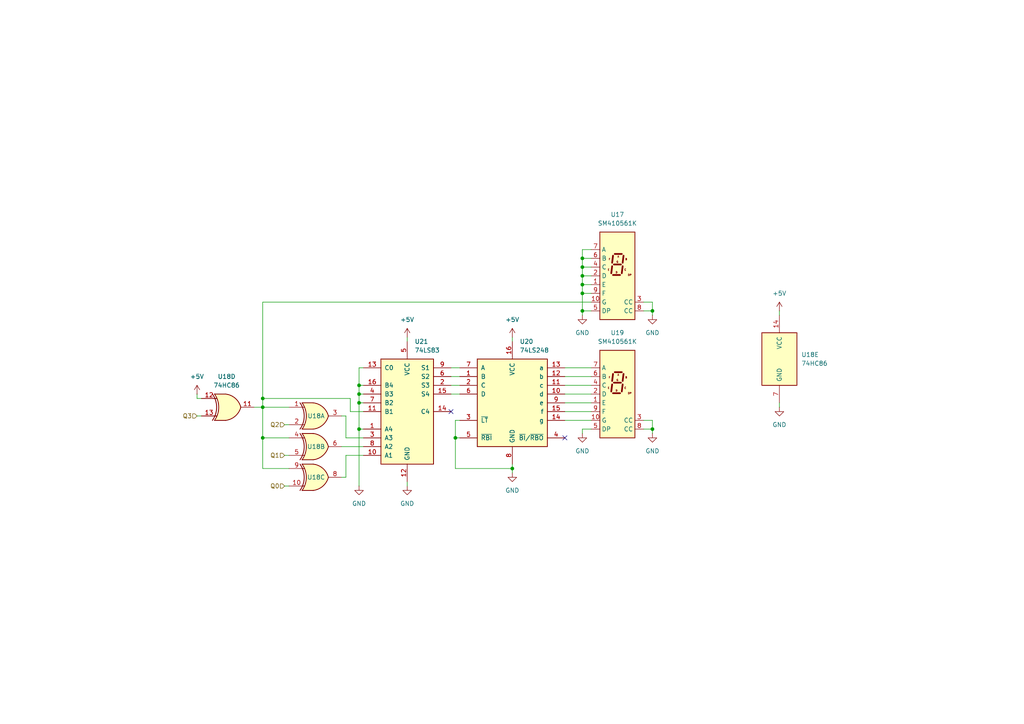
<source format=kicad_sch>
(kicad_sch (version 20250114) (generator "eeschema") (generator_version "9.0")
  (paper "A4")
  (lib_symbols
    (symbol "74xx:74HC86" (pin_names (offset 1.016))
      (property "Reference" "U" (at 0 1.27 0))
      (property "Value" "74HC86" (at 0 -1.27 0))
      (symbol "74HC86_1_0"
        (arc (start -4.4196 3.81) (mid -3.2033 0) (end -4.4196 -3.81) (stroke (width 0.254)))
        (arc (start -3.81 3.81) (mid -2.589 0) (end -3.81 -3.81) (stroke (width 0.254)))
        (polyline (pts (xy -3.81 3.81) (xy -0.635 3.81)) (stroke (width 0.254)) (fill (type background)))
        (polyline (pts (xy -3.81 -3.81) (xy -0.635 -3.81)) (stroke (width 0.254)) (fill (type background)))
        (arc (start 3.81 0) (mid 2.1855 -2.584) (end -0.6096 -3.81) (stroke (width 0.254)) (fill (type background)))
        (arc (start -0.6096 3.81) (mid 2.1928 2.5924) (end 3.81 0) (stroke (width 0.254)) (fill (type background)))
        (polyline (pts (xy -0.635 3.81) (xy -3.81 3.81) (xy -3.81 3.81) (xy -3.556 3.4036) (xy -3.0226 2.2606) (xy -2.6924 1.0414) (xy -2.6162 -0.254) (xy -2.7686 -1.4986) (xy -3.175 -2.7178) (xy -3.81 -3.81) (xy -3.81 -3.81) (xy -0.635 -3.81)) (stroke (width -25.4)) (fill (type background)))
        (pin input line (at -7.62 2.54 0) (length 4.445) (name "~") (number "1"))
        (pin input line (at -7.62 -2.54 0) (length 4.445) (name "~") (number "2"))
        (pin output line (at 7.62 0 180) (length 3.81) (name "~") (number "3"))
      )
      (symbol "74HC86_1_1"
        (polyline (pts (xy -3.81 2.54) (xy -3.175 2.54)) (stroke (width 0.1524)))
        (polyline (pts (xy -3.81 -2.54) (xy -3.175 -2.54)) (stroke (width 0.1524)))
      )
      (symbol "74HC86_2_0"
        (arc (start -4.4196 3.81) (mid -3.2033 0) (end -4.4196 -3.81) (stroke (width 0.254)))
        (arc (start -3.81 3.81) (mid -2.589 0) (end -3.81 -3.81) (stroke (width 0.254)))
        (polyline (pts (xy -3.81 3.81) (xy -0.635 3.81)) (stroke (width 0.254)) (fill (type background)))
        (polyline (pts (xy -3.81 -3.81) (xy -0.635 -3.81)) (stroke (width 0.254)) (fill (type background)))
        (arc (start 3.81 0) (mid 2.1855 -2.584) (end -0.6096 -3.81) (stroke (width 0.254)) (fill (type background)))
        (arc (start -0.6096 3.81) (mid 2.1928 2.5924) (end 3.81 0) (stroke (width 0.254)) (fill (type background)))
        (polyline (pts (xy -0.635 3.81) (xy -3.81 3.81) (xy -3.81 3.81) (xy -3.556 3.4036) (xy -3.0226 2.2606) (xy -2.6924 1.0414) (xy -2.6162 -0.254) (xy -2.7686 -1.4986) (xy -3.175 -2.7178) (xy -3.81 -3.81) (xy -3.81 -3.81) (xy -0.635 -3.81)) (stroke (width -25.4)) (fill (type background)))
        (pin input line (at -7.62 2.54 0) (length 4.445) (name "~") (number "4"))
        (pin input line (at -7.62 -2.54 0) (length 4.445) (name "~") (number "5"))
        (pin output line (at 7.62 0 180) (length 3.81) (name "~") (number "6"))
      )
      (symbol "74HC86_2_1"
        (polyline (pts (xy -3.81 2.54) (xy -3.175 2.54)) (stroke (width 0.1524)))
        (polyline (pts (xy -3.81 -2.54) (xy -3.175 -2.54)) (stroke (width 0.1524)))
      )
      (symbol "74HC86_3_0"
        (arc (start -4.4196 3.81) (mid -3.2033 0) (end -4.4196 -3.81) (stroke (width 0.254)))
        (arc (start -3.81 3.81) (mid -2.589 0) (end -3.81 -3.81) (stroke (width 0.254)))
        (polyline (pts (xy -3.81 3.81) (xy -0.635 3.81)) (stroke (width 0.254)) (fill (type background)))
        (polyline (pts (xy -3.81 -3.81) (xy -0.635 -3.81)) (stroke (width 0.254)) (fill (type background)))
        (arc (start 3.81 0) (mid 2.1855 -2.584) (end -0.6096 -3.81) (stroke (width 0.254)) (fill (type background)))
        (arc (start -0.6096 3.81) (mid 2.1928 2.5924) (end 3.81 0) (stroke (width 0.254)) (fill (type background)))
        (polyline (pts (xy -0.635 3.81) (xy -3.81 3.81) (xy -3.81 3.81) (xy -3.556 3.4036) (xy -3.0226 2.2606) (xy -2.6924 1.0414) (xy -2.6162 -0.254) (xy -2.7686 -1.4986) (xy -3.175 -2.7178) (xy -3.81 -3.81) (xy -3.81 -3.81) (xy -0.635 -3.81)) (stroke (width -25.4)) (fill (type background)))
        (pin input line (at -7.62 2.54 0) (length 4.445) (name "~") (number "9"))
        (pin input line (at -7.62 -2.54 0) (length 4.445) (name "~") (number "10"))
        (pin output line (at 7.62 0 180) (length 3.81) (name "~") (number "8"))
      )
      (symbol "74HC86_3_1"
        (polyline (pts (xy -3.81 2.54) (xy -3.175 2.54)) (stroke (width 0.1524)))
        (polyline (pts (xy -3.81 -2.54) (xy -3.175 -2.54)) (stroke (width 0.1524)))
      )
      (symbol "74HC86_4_0"
        (arc (start -4.4196 3.81) (mid -3.2033 0) (end -4.4196 -3.81) (stroke (width 0.254)))
        (arc (start -3.81 3.81) (mid -2.589 0) (end -3.81 -3.81) (stroke (width 0.254)))
        (polyline (pts (xy -3.81 3.81) (xy -0.635 3.81)) (stroke (width 0.254)) (fill (type background)))
        (polyline (pts (xy -3.81 -3.81) (xy -0.635 -3.81)) (stroke (width 0.254)) (fill (type background)))
        (arc (start 3.81 0) (mid 2.1855 -2.584) (end -0.6096 -3.81) (stroke (width 0.254)) (fill (type background)))
        (arc (start -0.6096 3.81) (mid 2.1928 2.5924) (end 3.81 0) (stroke (width 0.254)) (fill (type background)))
        (polyline (pts (xy -0.635 3.81) (xy -3.81 3.81) (xy -3.81 3.81) (xy -3.556 3.4036) (xy -3.0226 2.2606) (xy -2.6924 1.0414) (xy -2.6162 -0.254) (xy -2.7686 -1.4986) (xy -3.175 -2.7178) (xy -3.81 -3.81) (xy -3.81 -3.81) (xy -0.635 -3.81)) (stroke (width -25.4)) (fill (type background)))
        (pin input line (at -7.62 2.54 0) (length 4.445) (name "~") (number "12"))
        (pin input line (at -7.62 -2.54 0) (length 4.445) (name "~") (number "13"))
        (pin output line (at 7.62 0 180) (length 3.81) (name "~") (number "11"))
      )
      (symbol "74HC86_4_1"
        (polyline (pts (xy -3.81 2.54) (xy -3.175 2.54)) (stroke (width 0.1524)))
        (polyline (pts (xy -3.81 -2.54) (xy -3.175 -2.54)) (stroke (width 0.1524)))
      )
      (symbol "74HC86_5_0"
        (pin power_in line (at 0 12.7 270) (length 5.08) (name "VCC") (number "14"))
        (pin power_in line (at 0 -12.7 90) (length 5.08) (name "GND") (number "7"))
      )
      (symbol "74HC86_5_1"
        (rectangle (start -5.08 7.62) (end 5.08 -7.62) (stroke (width 0.254)) (fill (type background)))
      )
    )
    (symbol "74xx:74LS248" (pin_names (offset 1.016))
      (property "Reference" "U" (at -7.62 13.97 0))
      (property "Value" "74LS248" (at -7.62 -13.97 0))
      (symbol "74LS248_1_0"
        (pin input line (at -15.24 10.16 0) (length 5.08) (name "A") (number "7"))
        (pin input line (at -15.24 7.62 0) (length 5.08) (name "B") (number "1"))
        (pin input line (at -15.24 5.08 0) (length 5.08) (name "C") (number "2"))
        (pin input line (at -15.24 2.54 0) (length 5.08) (name "D") (number "6"))
        (pin input line (at -15.24 -5.08 0) (length 5.08) (name "~{LT}") (number "3"))
        (pin input line (at -15.24 -10.16 0) (length 5.08) (name "~{RBI}") (number "5"))
        (pin power_in line (at 0 17.78 270) (length 5.08) (name "VCC") (number "16"))
        (pin power_in line (at 0 -17.78 90) (length 5.08) (name "GND") (number "8"))
        (pin open_collector line (at 15.24 10.16 180) (length 5.08) (name "a") (number "13"))
        (pin open_collector line (at 15.24 7.62 180) (length 5.08) (name "b") (number "12"))
        (pin open_collector line (at 15.24 5.08 180) (length 5.08) (name "c") (number "11"))
        (pin open_collector line (at 15.24 2.54 180) (length 5.08) (name "d") (number "10"))
        (pin open_collector line (at 15.24 0 180) (length 5.08) (name "e") (number "9"))
        (pin open_collector line (at 15.24 -2.54 180) (length 5.08) (name "f") (number "15"))
        (pin open_collector line (at 15.24 -5.08 180) (length 5.08) (name "g") (number "14"))
        (pin open_collector line (at 15.24 -10.16 180) (length 5.08) (name "~{BI}/~{RBO}") (number "4"))
      )
      (symbol "74LS248_1_1"
        (rectangle (start -10.16 12.7) (end 10.16 -12.7) (stroke (width 0.254)) (fill (type background)))
      )
    )
    (symbol "74xx:74LS83" (pin_names (offset 1.016))
      (property "Reference" "U" (at -7.62 16.51 0))
      (property "Value" "74LS83" (at -7.62 -16.51 0))
      (symbol "74LS83_1_0"
        (pin input line (at -12.7 12.7 0) (length 5.08) (name "C0") (number "13"))
        (pin input line (at -12.7 7.62 0) (length 5.08) (name "B4") (number "16"))
        (pin input line (at -12.7 5.08 0) (length 5.08) (name "B3") (number "4"))
        (pin input line (at -12.7 2.54 0) (length 5.08) (name "B2") (number "7"))
        (pin input line (at -12.7 0 0) (length 5.08) (name "B1") (number "11"))
        (pin input line (at -12.7 -5.08 0) (length 5.08) (name "A4") (number "1"))
        (pin input line (at -12.7 -7.62 0) (length 5.08) (name "A3") (number "3"))
        (pin input line (at -12.7 -10.16 0) (length 5.08) (name "A2") (number "8"))
        (pin input line (at -12.7 -12.7 0) (length 5.08) (name "A1") (number "10"))
        (pin power_in line (at 0 20.32 270) (length 5.08) (name "VCC") (number "5"))
        (pin power_in line (at 0 -20.32 90) (length 5.08) (name "GND") (number "12"))
        (pin output line (at 12.7 12.7 180) (length 5.08) (name "S1") (number "9"))
        (pin output line (at 12.7 10.16 180) (length 5.08) (name "S2") (number "6"))
        (pin output line (at 12.7 7.62 180) (length 5.08) (name "S3") (number "2"))
        (pin output line (at 12.7 5.08 180) (length 5.08) (name "S4") (number "15"))
        (pin output line (at 12.7 0 180) (length 5.08) (name "C4") (number "14"))
      )
      (symbol "74LS83_1_1"
        (rectangle (start -7.62 15.24) (end 7.62 -15.24) (stroke (width 0.254)) (fill (type background)))
      )
    )
    (symbol "Display_Character:SM420561N"
      (property "Reference" "U" (at -2.54 13.97 0))
      (property "Value" "SM420561N" (at 1.27 13.97 0))
      (symbol "SM420561N_0_0"
        (text "E" (at -2.54 1.778 0) (effects (font (size 0.508 0.508))))
        (text "F" (at -2.286 4.826 0) (effects (font (size 0.508 0.508))))
        (text "D" (at -0.254 1.016 0) (effects (font (size 0.508 0.508))))
        (text "G" (at 0 4.064 0) (effects (font (size 0.508 0.508))))
        (text "A" (at 0.254 5.588 0) (effects (font (size 0.508 0.508))))
        (text "C" (at 2.286 1.778 0) (effects (font (size 0.508 0.508))))
        (text "B" (at 2.54 4.826 0) (effects (font (size 0.508 0.508))))
        (text "DP" (at 3.556 0.254 0) (effects (font (size 0.508 0.508))))
      )
      (symbol "SM420561N_0_1"
        (rectangle (start -5.08 12.7) (end 5.08 -12.7) (stroke (width 0.254)) (fill (type background)))
        (polyline (pts (xy -1.524 2.794) (xy -1.778 0.762)) (stroke (width 0.508)))
        (polyline (pts (xy -1.27 5.842) (xy -1.524 3.81)) (stroke (width 0.508)))
        (polyline (pts (xy -1.27 0.254) (xy 0.762 0.254)) (stroke (width 0.508)))
        (polyline (pts (xy -1.016 3.302) (xy 1.016 3.302)) (stroke (width 0.508)))
        (polyline (pts (xy -0.762 6.35) (xy 1.27 6.35)) (stroke (width 0.508)))
        (polyline (pts (xy 1.524 2.794) (xy 1.27 0.762)) (stroke (width 0.508)))
        (polyline (pts (xy 1.778 5.842) (xy 1.524 3.81)) (stroke (width 0.508)))
        (polyline (pts (xy 2.54 0.254) (xy 2.54 0.254)) (stroke (width 0.508)))
      )
      (symbol "SM420561N_1_1"
        (pin input line (at -7.62 7.62 0) (length 2.54) (name "A") (number "7"))
        (pin input line (at -7.62 5.08 0) (length 2.54) (name "B") (number "6"))
        (pin input line (at -7.62 2.54 0) (length 2.54) (name "C") (number "4"))
        (pin input line (at -7.62 0 0) (length 2.54) (name "D") (number "2"))
        (pin input line (at -7.62 -2.54 0) (length 2.54) (name "E") (number "1"))
        (pin input line (at -7.62 -5.08 0) (length 2.54) (name "F") (number "9"))
        (pin input line (at -7.62 -7.62 0) (length 2.54) (name "G") (number "10"))
        (pin input line (at -7.62 -10.16 0) (length 2.54) (name "DP") (number "5"))
        (pin input line (at 7.62 -7.62 180) (length 2.54) (name "CC") (number "3"))
        (pin input line (at 7.62 -10.16 180) (length 2.54) (name "CC") (number "8"))
      )
    )
    (symbol "power:+5V" (power) (pin_numbers (hide yes)) (pin_names (offset 0) (hide yes))
      (property "Value" "+5V" (at 0 3.556 0))
      (symbol "+5V_0_1"
        (polyline (pts (xy -0.762 1.27) (xy 0 2.54)))
        (polyline (pts (xy 0 2.54) (xy 0.762 1.27)))
        (polyline (pts (xy 0 0) (xy 0 2.54)))
      )
      (symbol "+5V_1_1"
        (pin power_in line (at 0 0 90) (length 0) (name "~") (number "1"))
      )
    )
    (symbol "power:GND" (power) (pin_numbers (hide yes)) (pin_names (offset 0) (hide yes))
      (property "Value" "GND" (at 0 -3.81 0))
      (symbol "GND_0_1"
        (polyline (pts (xy 0 0) (xy 0 -1.27) (xy 1.27 -1.27) (xy 0 -2.54) (xy -1.27 -1.27) (xy 0 -1.27)))
      )
      (symbol "GND_1_1"
        (pin power_in line (at 0 0 270) (length 0) (name "~") (number "1"))
      )
    )
  )
  (junction (at 168.91 90.17))
  (junction (at 76.2 127))
  (junction (at 76.2 118.11))
  (junction (at 76.2 115.57))
  (junction (at 168.91 77.47))
  (junction (at 104.14 124.46))
  (junction (at 104.14 111.76))
  (junction (at 104.14 114.3))
  (junction (at 189.23 90.17))
  (junction (at 168.91 85.09))
  (junction (at 148.59 135.89))
  (junction (at 104.14 116.84))
  (junction (at 168.91 80.01))
  (junction (at 168.91 74.93))
  (junction (at 189.23 124.46))
  (junction (at 132.08 127))
  (junction (at 168.91 82.55))
  (no_connect (at 130.81 119.38))
  (no_connect (at 163.83 127))
  (wire (pts (xy 104.14 106.68) (xy 105.41 106.68)))
  (wire (pts (xy 104.14 124.46) (xy 105.41 124.46)))
  (wire (pts (xy 76.2 135.89) (xy 83.82 135.89)))
  (wire (pts (xy 118.11 97.79) (xy 118.11 99.06)))
  (wire (pts (xy 104.14 111.76) (xy 104.14 106.68)))
  (wire (pts (xy 148.59 135.89) (xy 148.59 137.16)))
  (wire (pts (xy 99.06 120.65) (xy 100.33 120.65)))
  (wire (pts (xy 76.2 115.57) (xy 76.2 118.11)))
  (wire (pts (xy 104.14 124.46) (xy 104.14 116.84)))
  (wire (pts (xy 163.83 109.22) (xy 171.45 109.22)))
  (wire (pts (xy 132.08 135.89) (xy 148.59 135.89)))
  (wire (pts (xy 76.2 87.63) (xy 171.45 87.63)))
  (wire (pts (xy 163.83 116.84) (xy 171.45 116.84)))
  (wire (pts (xy 82.55 140.97) (xy 83.82 140.97)))
  (wire (pts (xy 130.81 111.76) (xy 133.35 111.76)))
  (wire (pts (xy 186.69 87.63) (xy 189.23 87.63)))
  (wire (pts (xy 133.35 121.92) (xy 132.08 121.92)))
  (wire (pts (xy 76.2 87.63) (xy 76.2 115.57)))
  (wire (pts (xy 130.81 109.22) (xy 133.35 109.22)))
  (wire (pts (xy 168.91 74.93) (xy 168.91 77.47)))
  (wire (pts (xy 226.06 116.84) (xy 226.06 118.11)))
  (wire (pts (xy 104.14 116.84) (xy 104.14 114.3)))
  (wire (pts (xy 100.33 120.65) (xy 100.33 127)))
  (wire (pts (xy 168.91 80.01) (xy 171.45 80.01)))
  (wire (pts (xy 57.15 115.57) (xy 58.42 115.57)))
  (wire (pts (xy 163.83 121.92) (xy 171.45 121.92)))
  (wire (pts (xy 104.14 114.3) (xy 104.14 111.76)))
  (wire (pts (xy 118.11 139.7) (xy 118.11 140.97)))
  (wire (pts (xy 130.81 114.3) (xy 133.35 114.3)))
  (wire (pts (xy 186.69 90.17) (xy 189.23 90.17)))
  (wire (pts (xy 76.2 127) (xy 83.82 127)))
  (wire (pts (xy 168.91 82.55) (xy 171.45 82.55)))
  (wire (pts (xy 100.33 132.08) (xy 105.41 132.08)))
  (wire (pts (xy 82.55 123.19) (xy 83.82 123.19)))
  (wire (pts (xy 104.14 111.76) (xy 105.41 111.76)))
  (wire (pts (xy 99.06 138.43) (xy 100.33 138.43)))
  (wire (pts (xy 57.15 120.65) (xy 58.42 120.65)))
  (wire (pts (xy 168.91 80.01) (xy 168.91 82.55)))
  (wire (pts (xy 171.45 72.39) (xy 168.91 72.39)))
  (wire (pts (xy 100.33 138.43) (xy 100.33 132.08)))
  (wire (pts (xy 168.91 85.09) (xy 168.91 90.17)))
  (wire (pts (xy 132.08 121.92) (xy 132.08 127)))
  (wire (pts (xy 168.91 72.39) (xy 168.91 74.93)))
  (wire (pts (xy 163.83 111.76) (xy 171.45 111.76)))
  (wire (pts (xy 168.91 125.73) (xy 168.91 124.46)))
  (wire (pts (xy 73.66 118.11) (xy 76.2 118.11)))
  (wire (pts (xy 76.2 118.11) (xy 83.82 118.11)))
  (wire (pts (xy 163.83 114.3) (xy 171.45 114.3)))
  (wire (pts (xy 226.06 90.17) (xy 226.06 91.44)))
  (wire (pts (xy 189.23 124.46) (xy 189.23 125.73)))
  (wire (pts (xy 148.59 97.79) (xy 148.59 99.06)))
  (wire (pts (xy 82.55 132.08) (xy 83.82 132.08)))
  (wire (pts (xy 148.59 134.62) (xy 148.59 135.89)))
  (wire (pts (xy 168.91 77.47) (xy 171.45 77.47)))
  (wire (pts (xy 104.14 114.3) (xy 105.41 114.3)))
  (wire (pts (xy 189.23 87.63) (xy 189.23 90.17)))
  (wire (pts (xy 104.14 140.97) (xy 104.14 124.46)))
  (wire (pts (xy 99.06 129.54) (xy 105.41 129.54)))
  (wire (pts (xy 130.81 106.68) (xy 133.35 106.68)))
  (wire (pts (xy 101.6 115.57) (xy 101.6 119.38)))
  (wire (pts (xy 168.91 124.46) (xy 171.45 124.46)))
  (wire (pts (xy 189.23 121.92) (xy 189.23 124.46)))
  (wire (pts (xy 76.2 135.89) (xy 76.2 127)))
  (wire (pts (xy 168.91 77.47) (xy 168.91 80.01)))
  (wire (pts (xy 163.83 119.38) (xy 171.45 119.38)))
  (wire (pts (xy 57.15 114.3) (xy 57.15 115.57)))
  (wire (pts (xy 104.14 116.84) (xy 105.41 116.84)))
  (wire (pts (xy 101.6 119.38) (xy 105.41 119.38)))
  (wire (pts (xy 186.69 121.92) (xy 189.23 121.92)))
  (wire (pts (xy 168.91 82.55) (xy 168.91 85.09)))
  (wire (pts (xy 168.91 74.93) (xy 171.45 74.93)))
  (wire (pts (xy 168.91 85.09) (xy 171.45 85.09)))
  (wire (pts (xy 132.08 127) (xy 133.35 127)))
  (wire (pts (xy 76.2 127) (xy 76.2 118.11)))
  (wire (pts (xy 132.08 127) (xy 132.08 135.89)))
  (wire (pts (xy 76.2 115.57) (xy 101.6 115.57)))
  (wire (pts (xy 189.23 90.17) (xy 189.23 91.44)))
  (wire (pts (xy 100.33 127) (xy 105.41 127)))
  (wire (pts (xy 163.83 106.68) (xy 171.45 106.68)))
  (wire (pts (xy 168.91 91.44) (xy 168.91 90.17)))
  (wire (pts (xy 168.91 90.17) (xy 171.45 90.17)))
  (wire (pts (xy 186.69 124.46) (xy 189.23 124.46)))
  (hierarchical_label "Q3" (shape input) (at 57.15 120.65 180))
  (hierarchical_label "Q2" (shape input) (at 82.55 123.19 180))
  (hierarchical_label "Q1" (shape input) (at 82.55 132.08 180))
  (hierarchical_label "Q0" (shape input) (at 82.55 140.97 180))
  (symbol (lib_id "power:GND") (at 148.59 137.16 0) (unit 1)
    (property "Reference" "#PWR050" (effects (hide yes)))
    (property "Value" "GND" (at 148.59 142.24 0))
    (property "Description" "Power symbol creates a global label with name \"GND\" , ground" (effects (hide yes)))
  )
  (symbol (lib_id "power:GND") (at 118.11 140.97 0) (unit 1)
    (property "Reference" "#PWR051" (effects (hide yes)))
    (property "Value" "GND" (at 118.11 146.05 0))
    (property "Description" "Power symbol creates a global label with name \"GND\" , ground" (effects (hide yes)))
  )
  (symbol (lib_id "74xx:74LS83") (at 118.11 119.38 0) (unit 1)
    (property "Reference" "U21" (at 120.2533 99.06 0) (effects (justify left)))
    (property "Value" "74LS83" (at 120.2533 101.6 0) (effects (justify left)))
    (property "Footprint" "Package_DIP:DIP-16_W7.62mm_Socket" (effects (hide yes)))
    (property "Datasheet" "http://www.ti.com/lit/gpn/sn74LS83" (effects (hide yes)))
    (property "Description" "4-bit Full Adder" (effects (hide yes)))
  )
  (symbol (lib_id "74xx:74HC86") (at 226.06 104.14 0) (unit 5)
    (property "Reference" "U18" (at 232.41 102.8699 0) (effects (justify left)))
    (property "Value" "74HC86" (at 232.41 105.4099 0) (effects (justify left)))
    (property "Footprint" "Package_DIP:DIP-14_W7.62mm_Socket" (effects (hide yes)))
    (property "Datasheet" "http://www.ti.com/lit/gpn/sn74HC86" (effects (hide yes)))
    (property "Description" "Quad 2-input XOR" (effects (hide yes)))
  )
  (symbol (lib_id "power:+5V") (at 118.11 97.79 0) (unit 1)
    (property "Reference" "#PWR046" (effects (hide yes)))
    (property "Value" "+5V" (at 118.11 92.71 0))
    (property "Description" "Power symbol creates a global label with name \"+5V\"" (effects (hide yes)))
  )
  (symbol (lib_id "74xx:74HC86") (at 91.44 138.43 0) (unit 3)
    (property "Reference" "U18" (at 91.694 138.43 0))
    (property "Value" "74HC86" (effects (hide yes)))
    (property "Footprint" "Package_DIP:DIP-14_W7.62mm_Socket" (effects (hide yes)))
    (property "Datasheet" "http://www.ti.com/lit/gpn/sn74HC86" (effects (hide yes)))
    (property "Description" "Quad 2-input XOR" (effects (hide yes)))
  )
  (symbol (lib_id "power:+5V") (at 148.59 97.79 0) (unit 1)
    (property "Reference" "#PWR047" (effects (hide yes)))
    (property "Value" "+5V" (at 148.59 92.71 0))
    (property "Description" "Power symbol creates a global label with name \"+5V\"" (effects (hide yes)))
  )
  (symbol (lib_id "power:GND") (at 104.14 140.97 0) (unit 1)
    (property "Reference" "#PWR04" (effects (hide yes)))
    (property "Value" "GND" (at 104.14 146.05 0))
    (property "Description" "Power symbol creates a global label with name \"GND\" , ground" (effects (hide yes)))
  )
  (symbol (lib_id "Display_Character:SM420561N") (at 179.07 80.01 0) (unit 1)
    (property "Reference" "U17" (at 179.07 62.23 0))
    (property "Value" "SM410561K" (at 179.07 64.77 0))
    (property "Footprint" "Display_7Segment:7SegmentLED_LTS6760_LTS6780" (effects (hide yes)))
    (property "Datasheet" "https://datasheet.lcsc.com/szlcsc/Wuxi-ARK-Tech-Elec-SM420561N_C141367.pdf" (effects (hide yes)))
    (property "Description" "One digit 7 segment red LED, common cathode" (effects (hide yes)))
  )
  (symbol (lib_id "power:GND") (at 189.23 125.73 0) (unit 1)
    (property "Reference" "#PWR049" (effects (hide yes)))
    (property "Value" "GND" (at 189.23 130.81 0))
    (property "Description" "Power symbol creates a global label with name \"GND\" , ground" (effects (hide yes)))
  )
  (symbol (lib_id "Display_Character:SM420561N") (at 179.07 114.3 0) (unit 1)
    (property "Reference" "U19" (at 179.07 96.52 0))
    (property "Value" "SM410561K" (at 179.07 99.06 0))
    (property "Footprint" "Display_7Segment:7SegmentLED_LTS6760_LTS6780" (effects (hide yes)))
    (property "Datasheet" "https://datasheet.lcsc.com/szlcsc/Wuxi-ARK-Tech-Elec-SM420561N_C141367.pdf" (effects (hide yes)))
    (property "Description" "One digit 7 segment red LED, common cathode" (effects (hide yes)))
  )
  (symbol (lib_id "power:GND") (at 168.91 125.73 0) (unit 1)
    (property "Reference" "#PWR059" (effects (hide yes)))
    (property "Value" "GND" (at 168.91 130.81 0))
    (property "Description" "Power symbol creates a global label with name \"GND\" , ground" (effects (hide yes)))
  )
  (symbol (lib_id "74xx:74HC86") (at 66.04 118.11 0) (unit 4)
    (property "Reference" "U18" (at 65.7352 109.22 0))
    (property "Value" "74HC86" (at 65.7352 111.76 0))
    (property "Footprint" "Package_DIP:DIP-14_W7.62mm_Socket" (effects (hide yes)))
    (property "Datasheet" "http://www.ti.com/lit/gpn/sn74HC86" (effects (hide yes)))
    (property "Description" "Quad 2-input XOR" (effects (hide yes)))
  )
  (symbol (lib_id "power:+5V") (at 226.06 90.17 0) (unit 1)
    (property "Reference" "#PWR044" (effects (hide yes)))
    (property "Value" "+5V" (at 226.06 85.09 0))
    (property "Description" "Power symbol creates a global label with name \"+5V\"" (effects (hide yes)))
  )
  (symbol (lib_id "74xx:74LS248") (at 148.59 116.84 0) (unit 1)
    (property "Reference" "U20" (at 150.7333 99.06 0) (effects (justify left)))
    (property "Value" "74LS248" (at 150.7333 101.6 0) (effects (justify left)))
    (property "Footprint" "Package_DIP:DIP-16_W7.62mm_Socket" (effects (hide yes)))
    (property "Datasheet" "http://www.ti.com/lit/gpn/sn74LS248" (effects (hide yes)))
    (property "Description" "BCD to 7-segment Decoder, Active High" (effects (hide yes)))
  )
  (symbol (lib_id "power:+5V") (at 57.15 114.3 0) (unit 1)
    (property "Reference" "#PWR054" (effects (hide yes)))
    (property "Value" "+5V" (at 57.15 109.22 0))
    (property "Description" "Power symbol creates a global label with name \"+5V\"" (effects (hide yes)))
  )
  (symbol (lib_id "power:GND") (at 168.91 91.44 0) (unit 1)
    (property "Reference" "#PWR058" (effects (hide yes)))
    (property "Value" "GND" (at 168.91 96.52 0))
    (property "Description" "Power symbol creates a global label with name \"GND\" , ground" (effects (hide yes)))
  )
  (symbol (lib_id "74xx:74HC86") (at 91.44 120.65 0) (unit 1)
    (property "Reference" "U18" (at 91.694 120.65 0))
    (property "Value" "74HC86" (effects (hide yes)))
    (property "Footprint" "Package_DIP:DIP-14_W7.62mm_Socket" (effects (hide yes)))
    (property "Datasheet" "http://www.ti.com/lit/gpn/sn74HC86" (effects (hide yes)))
    (property "Description" "Quad 2-input XOR" (effects (hide yes)))
  )
  (symbol (lib_id "power:GND") (at 189.23 91.44 0) (unit 1)
    (property "Reference" "#PWR045" (effects (hide yes)))
    (property "Value" "GND" (at 189.23 96.52 0))
    (property "Description" "Power symbol creates a global label with name \"GND\" , ground" (effects (hide yes)))
  )
  (symbol (lib_id "74xx:74HC86") (at 91.44 129.54 0) (unit 2)
    (property "Reference" "U18" (at 91.694 129.54 0))
    (property "Value" "74HC86" (effects (hide yes)))
    (property "Footprint" "Package_DIP:DIP-14_W7.62mm_Socket" (effects (hide yes)))
    (property "Datasheet" "http://www.ti.com/lit/gpn/sn74HC86" (effects (hide yes)))
    (property "Description" "Quad 2-input XOR" (effects (hide yes)))
  )
  (symbol (lib_id "power:GND") (at 226.06 118.11 0) (unit 1)
    (property "Reference" "#PWR048" (effects (hide yes)))
    (property "Value" "GND" (at 226.06 123.19 0))
    (property "Description" "Power symbol creates a global label with name \"GND\" , ground" (effects (hide yes)))
  )
)
</source>
